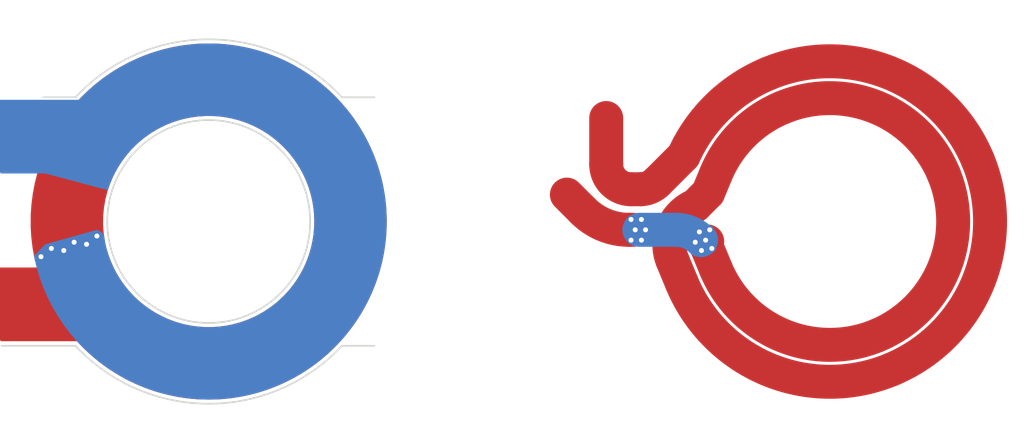
<source format=kicad_pcb>
(kicad_pcb (version 20221018) (generator pcbnew)

  (general
    (thickness 1.21)
  )

  (paper "A4")
  (layers
    (0 "F.Cu" signal)
    (31 "B.Cu" signal)
    (34 "B.Paste" user)
    (35 "F.Paste" user)
    (36 "B.SilkS" user "B.Silkscreen")
    (37 "F.SilkS" user "F.Silkscreen")
    (38 "B.Mask" user)
    (39 "F.Mask" user)
    (40 "Dwgs.User" user "User.Drawings")
    (41 "Cmts.User" user "User.Comments")
    (42 "Eco1.User" user "User.Eco1")
    (43 "Eco2.User" user "User.Eco2")
    (44 "Edge.Cuts" user)
    (45 "Margin" user)
    (46 "B.CrtYd" user "B.Courtyard")
    (47 "F.CrtYd" user "F.Courtyard")
    (48 "B.Fab" user)
    (49 "F.Fab" user)
  )

  (setup
    (stackup
      (layer "F.SilkS" (type "Top Silk Screen") (color "White") (material "Direct Printing"))
      (layer "F.Paste" (type "Top Solder Paste"))
      (layer "F.Mask" (type "Top Solder Mask") (color "Green") (thickness 0.01) (material "Dry Film") (epsilon_r 3.3) (loss_tangent 0))
      (layer "F.Cu" (type "copper") (thickness 0.07))
      (layer "dielectric 1" (type "core") (color "FR4 natural") (thickness 1.05) (material "FR4") (epsilon_r 4.5) (loss_tangent 0.02))
      (layer "B.Cu" (type "copper") (thickness 0.07))
      (layer "B.Mask" (type "Bottom Solder Mask") (color "Green") (thickness 0.01) (material "Dry Film") (epsilon_r 3.3) (loss_tangent 0))
      (layer "B.Paste" (type "Bottom Solder Paste"))
      (layer "B.SilkS" (type "Bottom Silk Screen") (color "White") (material "Direct Printing"))
      (copper_finish "None")
      (dielectric_constraints no)
    )
    (pad_to_mask_clearance 0)
    (aux_axis_origin 100 100)
    (grid_origin 100 100)
    (pcbplotparams
      (layerselection 0x00010fc_ffffffff)
      (plot_on_all_layers_selection 0x0000000_00000000)
      (disableapertmacros false)
      (usegerberextensions false)
      (usegerberattributes true)
      (usegerberadvancedattributes true)
      (creategerberjobfile true)
      (dashed_line_dash_ratio 12.000000)
      (dashed_line_gap_ratio 3.000000)
      (svgprecision 4)
      (plotframeref false)
      (viasonmask false)
      (mode 1)
      (useauxorigin false)
      (hpglpennumber 1)
      (hpglpenspeed 20)
      (hpglpendiameter 15.000000)
      (dxfpolygonmode true)
      (dxfimperialunits true)
      (dxfusepcbnewfont true)
      (psnegative false)
      (psa4output false)
      (plotreference true)
      (plotvalue true)
      (plotinvisibletext false)
      (sketchpadsonfab false)
      (subtractmaskfromsilk false)
      (outputformat 1)
      (mirror false)
      (drillshape 1)
      (scaleselection 1)
      (outputdirectory "")
    )
  )

  (net 0 "")

  (gr_poly
    (pts
      (xy 93.842223 101.649971)
      (xy 93.909811 101.892715)
      (xy 94.078263 102.367659)
      (xy 94.283689 102.827819)
      (xy 94.524805 103.270324)
      (xy 94.800107 103.692409)
      (xy 95.107875 104.091441)
      (xy 95.446188 104.464927)
      (xy 95.812933 104.810535)
      (xy 96.205821 105.126108)
      (xy 96.622399 105.409675)
      (xy 97.060065 105.659466)
      (xy 97.516088 105.873922)
      (xy 97.987619 106.051702)
      (xy 98.471714 106.191697)
      (xy 98.965352 106.293034)
      (xy 99.46545 106.355079)
      (xy 99.968885 106.377445)
      (xy 100.472515 106.359992)
      (xy 100.973194 106.30283)
      (xy 101.467797 106.206315)
      (xy 101.953236 106.07105)
      (xy 102.426479 105.897879)
      (xy 102.884572 105.687883)
      (xy 103.324655 105.442375)
      (xy 103.74398 105.162886)
      (xy 104.139928 104.851161)
      (xy 104.510029 104.509148)
      (xy 104.85197 104.138981)
      (xy 105.163617 103.742972)
      (xy 105.443024 103.323592)
      (xy 105.688447 102.883461)
      (xy 105.898352 102.425327)
      (xy 106.071431 101.95205)
      (xy 106.206601 101.466585)
      (xy 106.30302 100.971963)
      (xy 106.360085 100.471273)
      (xy 106.377439 99.96764)
      (xy 106.354975 99.464209)
      (xy 106.292832 98.964123)
      (xy 106.191399 98.470505)
      (xy 106.051309 97.986437)
      (xy 105.873436 97.514941)
      (xy 105.658892 97.05896)
      (xy 105.409016 96.621343)
      (xy 105.125367 96.204821)
      (xy 104.809717 95.811994)
      (xy 104.464037 95.445316)
      (xy 104.090485 95.107076)
      (xy 103.691394 94.799386)
      (xy 103.269254 94.524167)
      (xy 102.826703 94.283137)
      (xy 102.366502 94.077801)
      (xy 101.891526 93.909441)
      (xy 101.40474 93.779109)
      (xy 100.909183 93.687618)
      (xy 100.407949 93.63554)
      (xy 99.904168 93.623199)
      (xy 99.400986 93.650673)
      (xy 98.901543 93.71779)
      (xy 98.408959 93.824131)
      (xy 97.926309 93.969031)
      (xy 97.456607 94.151588)
      (xy 97.002784 94.37066)
      (xy 96.567675 94.624879)
      (xy 96.153997 94.912659)
      (xy 95.764331 95.232203)
      (xy 95.401112 95.581516)
      (xy 95.066607 95.958416)
      (xy 94.762904 96.36055)
      (xy 94.4919 96.785407)
      (xy 94.255286 97.230336)
      (xy 94.054541 97.692557)
      (xy 93.890917 98.169186)
      (xy 93.765436 98.657245)
      (xy 93.678882 99.153688)
      (xy 93.631795 99.655415)
      (xy 93.624469 100.159294)
      (xy 93.656949 100.662178)
      (xy 93.729034 101.160928)
      (xy 93.375 101.5)
      (xy 89.75 102.5)
      (xy 89.517001 102.38106)
      (xy 89.479601 102.222046)
      (xy 89.364061 101.578949)
      (xy 89.287795 100.930022)
      (xy 89.251085 100.277661)
      (xy 89.254066 99.624274)
      (xy 89.296727 98.972275)
      (xy 89.378911 98.324071)
      (xy 89.500314 97.682055)
      (xy 89.660488 97.048599)
      (xy 89.858842 96.42604)
      (xy 90.094643 95.816679)
      (xy 90.36702 95.222766)
      (xy 90.674968 94.646492)
      (xy 91.017349 94.089987)
      (xy 91.392899 93.555305)
      (xy 91.800232 93.044421)
      (xy 92.237843 92.55922)
      (xy 92.704117 92.101496)
      (xy 93.197331 91.672937)
      (xy 93.715665 91.275127)
      (xy 94.257204 90.909534)
      (xy 94.819949 90.577508)
      (xy 95.401822 90.280276)
      (xy 96.000674 90.018934)
      (xy 96.614294 89.794449)
      (xy 97.240416 89.607648)
      (xy 97.876727 89.459222)
      (xy 98.520879 89.349719)
      (xy 99.170493 89.279543)
      (xy 99.82317 89.248953)
      (xy 100.4765 89.258062)
      (xy 101.128071 89.306837)
      (xy 101.775475 89.395097)
      (xy 102.416324 89.522517)
      (xy 103.048251 89.688625)
      (xy 103.668921 89.89281)
      (xy 104.276044 90.134316)
      (xy 104.867376 90.412251)
      (xy 105.440736 90.725591)
      (xy 105.994005 91.073177)
      (xy 106.525141 91.453726)
      (xy 107.032183 91.865832)
      (xy 107.513257 92.307975)
      (xy 107.966588 92.778522)
      (xy 108.390502 93.275734)
      (xy 108.783433 93.797776)
      (xy 109.143931 94.342721)
      (xy 109.470663 94.908555)
      (xy 109.762425 95.49319)
      (xy 110.018138 96.094467)
      (xy 110.236858 96.710165)
      (xy 110.417778 97.338012)
      (xy 110.560229 97.975687)
      (xy 110.663686 98.620838)
      (xy 110.727766 99.271082)
      (xy 110.752233 99.924017)
      (xy 110.736996 100.577233)
      (xy 110.682112 101.228317)
      (xy 110.587783 101.874866)
      (xy 110.454359 102.514491)
      (xy 110.28233 103.144832)
      (xy 110.072333 103.763559)
      (xy 109.825144 104.36839)
      (xy 109.541674 104.95709)
      (xy 109.22297 105.527486)
      (xy 108.87021 106.077471)
      (xy 108.484696 106.605014)
      (xy 108.067852 107.108168)
      (xy 107.621216 107.585074)
      (xy 107.146438 108.033971)
      (xy 106.645272 108.453203)
      (xy 106.119567 108.84122)
      (xy 105.571265 109.196591)
      (xy 105.002391 109.518002)
      (xy 104.415045 109.804267)
      (xy 103.811397 110.054329)
      (xy 103.193674 110.267265)
      (xy 102.564158 110.442288)
      (xy 101.925174 110.578751)
      (xy 101.279081 110.676152)
      (xy 100.628265 110.734131)
      (xy 99.97513 110.752472)
      (xy 99.322085 110.731109)
      (xy 98.671545 110.670121)
      (xy 98.025909 110.569732)
      (xy 97.387563 110.430314)
      (xy 96.758864 110.252381)
      (xy 96.142133 110.03659)
      (xy 95.539648 109.783738)
      (xy 94.953632 109.494759)
      (xy 94.386251 109.17072)
      (xy 93.839599 108.812817)
      (xy 93.315695 108.422372)
      (xy 92.816473 108.000826)
      (xy 92.343777 107.549737)
      (xy 91.899352 107.07077)
      (xy 91.48484 106.565693)
      (xy 91.101771 106.036372)
      (xy 90.751559 105.484761)
      (xy 90.435497 104.912898)
      (xy 90.154754 104.322893)
      (xy 89.910364 103.716925)
      (xy 89.703232 103.097232)
      (xy 89.616297 102.782305)
    )

    (stroke (width 0) (type solid)) (fill solid) (layer "F.Cu") (tstamp 5f0b5a05-b843-4365-bfef-0bd78d5eb53e))
  (gr_rect (start 87.5 102.875) (end 92.5 107.125)
    (stroke (width 0.2) (type solid)) (fill solid) (layer "F.Cu") (tstamp 689e3c91-3215-4db9-8661-8606824395ca))
  (gr_rect (start 87.5 92.75) (end 92.5 97)
    (stroke (width 0.2) (type solid)) (fill solid) (layer "B.Cu") (tstamp 0809d5c0-7a45-4823-af8b-36e4f45059bb))
  (gr_poly
    (pts
      (xy 93.25 100.5)
      (xy 93.5 100.625)
      (xy 93.684067 100.847502)
      (xy 93.717577 101.097229)
      (xy 93.823822 101.589834)
      (xy 93.968628 102.072512)
      (xy 94.151094 102.54225)
      (xy 94.370078 102.996115)
      (xy 94.624212 103.431274)
      (xy 94.911912 103.845009)
      (xy 95.23138 104.234736)
      (xy 95.580621 104.598023)
      (xy 95.957456 104.932602)
      (xy 96.359531 105.236383)
      (xy 96.784336 105.50747)
      (xy 97.229219 105.74417)
      (xy 97.691401 105.945005)
      (xy 98.167997 106.108722)
      (xy 98.656033 106.234298)
      (xy 99.152459 106.320949)
      (xy 99.654177 106.368133)
      (xy 100.158054 106.375559)
      (xy 100.660944 106.343175)
      (xy 101.159708 106.271189)
      (xy 101.651231 106.160046)
      (xy 102.132443 106.010442)
      (xy 102.600342 105.823311)
      (xy 103.052005 105.599822)
      (xy 103.484613 105.341368)
      (xy 103.895464 105.049565)
      (xy 104.281992 104.726233)
      (xy 104.641786 104.373393)
      (xy 104.972598 103.993248)
      (xy 105.272362 103.588169)
      (xy 105.539207 103.160687)
      (xy 105.771468 102.713471)
      (xy 105.967693 102.249312)
      (xy 106.126659 101.77111)
      (xy 106.24737 101.281849)
      (xy 106.329077 100.784586)
      (xy 106.371265 100.282423)
      (xy 106.373674 99.778496)
      (xy 106.336289 99.275954)
      (xy 106.259341 98.777931)
      (xy 106.143311 98.287538)
      (xy 105.988925 97.807839)
      (xy 105.797147 97.341825)
      (xy 105.569173 96.892409)
      (xy 105.306427 96.462395)
      (xy 105.010549 96.054469)
      (xy 104.683387 95.671177)
      (xy 104.326984 95.314914)
      (xy 103.943563 94.987902)
      (xy 103.535522 94.692184)
      (xy 103.105405 94.429606)
      (xy 102.6559 94.201809)
      (xy 102.189811 94.010212)
      (xy 101.71005 93.856015)
      (xy 101.219612 93.740178)
      (xy 100.72156 93.663425)
      (xy 100.219002 93.626237)
      (xy 99.715077 93.628843)
      (xy 99.21293 93.671229)
      (xy 98.715699 93.753129)
      (xy 98.226485 93.874034)
      (xy 97.748345 94.033186)
      (xy 97.284265 94.229593)
      (xy 96.837139 94.462029)
      (xy 96.409761 94.729042)
      (xy 96.0048 95.028965)
      (xy 95.624784 95.359926)
      (xy 95.272086 95.719858)
      (xy 94.948906 96.106513)
      (xy 94.657264 96.517479)
      (xy 94.39898 96.950187)
      (xy 94.175668 97.401937)
      (xy 93.988719 97.86991)
      (xy 93.911664 98.109817)
      (xy 89.683809 96.976969)
      (xy 89.778043 96.664148)
      (xy 89.999531 96.049441)
      (xy 90.257945 95.44932)
      (xy 90.552333 94.866002)
      (xy 90.881607 94.301644)
      (xy 91.244553 93.758326)
      (xy 91.639827 93.238056)
      (xy 92.065973 92.742755)
      (xy 92.521415 92.274253)
      (xy 93.004473 91.834277)
      (xy 93.513364 91.424456)
      (xy 94.046205 91.046299)
      (xy 94.601032 90.701205)
      (xy 95.175795 90.390448)
      (xy 95.768373 90.115174)
      (xy 96.376574 89.876401)
      (xy 96.998157 89.67501)
      (xy 97.630824 89.511745)
      (xy 98.272239 89.387209)
      (xy 98.920035 89.301862)
      (xy 99.571819 89.256018)
      (xy 100.225182 89.249847)
      (xy 100.877716 89.283372)
      (xy 101.527007 89.356469)
      (xy 102.17066 89.468868)
      (xy 102.806298 89.620154)
      (xy 103.431573 89.809769)
      (xy 104.044177 90.037012)
      (xy 104.641848 90.301044)
      (xy 105.222378 90.60089)
      (xy 105.783624 90.935444)
      (xy 106.323513 91.303468)
      (xy 106.840053 91.703605)
      (xy 107.331335 92.134378)
      (xy 107.795546 92.594195)
      (xy 108.23097 93.081359)
      (xy 108.636001 93.59407)
      (xy 109.009142 94.130436)
      (xy 109.349018 94.688474)
      (xy 109.654371 95.266128)
      (xy 109.924074 95.86126)
      (xy 110.157132 96.471676)
      (xy 110.352684 97.09512)
      (xy 110.510007 97.72929)
      (xy 110.628521 98.371845)
      (xy 110.707789 99.020413)
      (xy 110.747518 99.672597)
      (xy 110.747561 100.325991)
      (xy 110.707916 100.978181)
      (xy 110.628732 101.626757)
      (xy 110.510301 102.269328)
      (xy 110.35306 102.903519)
      (xy 110.157589 103.526988)
      (xy 109.92461 104.137434)
      (xy 109.654984 104.732601)
      (xy 109.349705 105.310294)
      (xy 109.009903 105.868377)
      (xy 108.63683 106.404791)
      (xy 108.231866 106.917554)
      (xy 107.796504 107.404775)
      (xy 107.332353 107.864652)
      (xy 106.841127 108.295488)
      (xy 106.32464 108.695693)
      (xy 105.784797 109.063787)
      (xy 105.223595 109.398413)
      (xy 104.643104 109.698334)
      (xy 104.045468 109.962444)
      (xy 103.432893 110.189766)
      (xy 102.807642 110.379461)
      (xy 102.172024 110.53083)
      (xy 101.528386 110.643312)
      (xy 100.879104 110.716494)
      (xy 100.226575 110.750103)
      (xy 99.57321 110.744018)
      (xy 98.921421 110.698258)
      (xy 98.273614 110.612994)
      (xy 97.632183 110.488542)
      (xy 96.999495 110.325358)
      (xy 96.377887 110.124049)
      (xy 95.769653 109.885354)
      (xy 95.17704 109.610157)
      (xy 94.602237 109.299474)
      (xy 94.047365 108.954452)
      (xy 93.514474 108.576364)
      (xy 93.005532 108.166608)
      (xy 92.522417 107.726696)
      (xy 92.066913 107.258252)
      (xy 91.640703 106.763007)
      (xy 91.245361 106.242788)
      (xy 90.882345 105.699517)
      (xy 90.552998 105.135201)
      (xy 90.258535 104.551922)
      (xy 90.000042 103.951835)
      (xy 89.778476 103.337155)
      (xy 89.594653 102.710152)
      (xy 89.449253 102.073143)
      (xy 90.125 101.375)
    )

    (stroke (width 0) (type solid)) (fill solid) (layer "B.Cu") (tstamp 23316bf0-26a0-41f6-83bb-2046b2ecc46c))
  (gr_line (start 137.375 100) (end 137.625 100)
    (stroke (width 0.15) (type default)) (layer "Dwgs.User") (tstamp 57be325a-4f48-4fcf-aef3-f899126ce27b))
  (gr_line (start 87.5 87.5) (end 112.5 112.5)
    (stroke (width 0.1) (type default)) (layer "Dwgs.User") (tstamp 61e19cdf-543e-4907-9a93-4dfb439e7580))
  (gr_line (start 87.5 112.5) (end 112.5 87.5)
    (stroke (width 0.1) (type default)) (layer "Dwgs.User") (tstamp 9885b535-598a-4aea-af1f-1f22e3127516))
  (gr_line (start 137.5 99.875) (end 137.5 100.125)
    (stroke (width 0.15) (type default)) (layer "Dwgs.User") (tstamp e691f52f-4a02-4fc5-9bf0-f1aa997efee4))
  (gr_arc (start 91.953219 92.5) (mid 100 89) (end 108.046781 92.5)
    (stroke (width 0.1) (type default)) (layer "Edge.Cuts") (tstamp 1ca168be-28b3-408d-8f6f-d18d2ccf633e))
  (gr_line (start 91.953219 92.5) (end 90 92.5)
    (stroke (width 0.1) (type default)) (layer "Edge.Cuts") (tstamp 21b82b77-d482-483a-a62a-2e7cdbc64a53))
  (gr_line (start 108.046765 107.5) (end 110 107.5)
    (stroke (width 0.1) (type default)) (layer "Edge.Cuts") (tstamp 5cd99cdc-6cbe-4907-b00b-f011dde5a79a))
  (gr_line (start 91.953203 107.5) (end 87.5 107.5)
    (stroke (width 0.1) (type default)) (layer "Edge.Cuts") (tstamp 96d1ce57-2e13-47f3-b9fb-7629e5dbf5e8))
  (gr_line (start 108.046781 92.5) (end 110 92.5)
    (stroke (width 0.1) (type default)) (layer "Edge.Cuts") (tstamp ab94ee33-cf03-44d1-af0e-7830b5f5eb42))
  (gr_circle (center 100 100) (end 106.125 100)
    (stroke (width 0.1) (type default)) (fill none) (layer "Edge.Cuts") (tstamp bb67ac9c-e4d0-4dcd-930a-d84787e32987))
  (gr_arc (start 108.046765 107.5) (mid 100 111) (end 91.953203 107.5)
    (stroke (width 0.1) (type default)) (layer "Edge.Cuts") (tstamp d045545e-a2d5-4416-89ed-0089c87f4064))
  (gr_poly locked
    (pts
      (xy 90.5 92.25)
      (arc (start 92 92.25) (mid 100 88.861664) (end 108 92.25))
      (xy 109.5 92.25)
      (xy 109.5 86.75)
      (xy 90.5 86.75)
    )

    (stroke (width 0.25) (type solid)) (fill solid) (layer "F.Fab") (tstamp 80fe80d7-178f-4da3-85dc-10b6661637de))
  (gr_poly locked
    (pts
      (xy 109.5 107.75)
      (arc (start 108 107.75) (mid 100 111.138336) (end 92 107.75))
      (xy 90.5 107.75)
      (xy 90.5 113.25)
      (xy 109.5 113.25)
    )

    (stroke (width 0.25) (type solid)) (fill solid) (layer "F.Fab") (tstamp b93a1bf3-43aa-436a-a2f4-b84b6a21239d))
  (gr_circle locked (center 100 100) (end 106 100)
    (stroke (width 0.2) (type solid)) (fill solid) (layer "F.Fab") (tstamp f39b8812-4082-489c-8e72-e4eb0f008158))

  (segment (start 130.156332 98.261395) (end 129.386625 99.031101) (width 2.05) (layer "F.Cu") (net 0) (tstamp 52584190-ab13-4d3d-9ae5-beeb3f704cd0))
  (segment (start 124 96.55) (end 124 93.75) (width 2.05) (layer "F.Cu") (net 0) (tstamp 7e9cdeaf-7632-4083-9a27-29b1b92f8fed))
  (segment (start 122.600952 99.350951) (end 121.625 98.375) (width 2.05) (layer "F.Cu") (net 0) (tstamp 81e33b8a-767e-4792-b18c-2cc4abe9a1b2))
  (segment (start 126.052295 98.05) (end 125.5 98.05) (width 2.05) (layer "F.Cu") (net 0) (tstamp 8e4c7870-1142-4101-8a44-dc3a6c4578ec))
  (segment (start 128.6751 96.028235) (end 127.078335 97.625) (width 2.05) (layer "F.Cu") (net 0) (tstamp 9040e1ac-239e-4089-9b84-4a4e6d9bbdd9))
  (segment (start 125.625 100.5) (end 125.375 100.5) (width 2.05) (layer "F.Cu") (net 0) (tstamp 9bead35d-8637-42df-b5a7-5c871ed1073f))
  (segment (start 128.006575 102.362836) (end 128.561466 103.702462) (width 2.05) (layer "F.Cu") (net 0) (tstamp af138129-47a5-4f86-ac9b-bbf250b40fc3))
  (segment (start 130.09555 101.591868) (end 130.617097 102.850992) (width 2.05) (layer "F.Cu") (net 0) (tstamp af542c54-8b43-4fb4-bd16-57ee134792a6))
  (segment (start 130.617097 97.149008) (end 130.156332 98.261395) (width 2.05) (layer "F.Cu") (net 0) (tstamp feb40265-b1af-4fe4-9b5d-69923b2b3f44))
  (via (at 130.25 100.5) (size 0.5) (drill 0.3) (layers "F.Cu" "B.Cu") (net 0) (tstamp 133c6328-4f6a-4a82-955c-6c45b4d9a08f))
  (via (at 125.75 100.5) (size 0.5) (drill 0.3) (layers "F.Cu" "B.Cu") (net 0) (tstamp 1d770fc8-7887-4e32-98d6-115640ff35c4))
  (via (at 91.25 101.75) (size 0.6) (drill 0.3) (layers "F.Cu" "B.Cu") (net 0) (tstamp 24973ecd-8180-495d-b7fd-c389e0d5d57f))
  (via (at 129.625 100.625) (size 0.5) (drill 0.3) (layers "F.Cu" "B.Cu") (net 0) (tstamp 4264598b-5e34-48b5-a1c9-7f5a43c2a65f))
  (via (at 90.5 101.625) (size 0.6) (drill 0.3) (layers "F.Cu" "B.Cu") (net 0) (tstamp 441aa5bb-1e92-4c11-82e5-b105f4b3e0ba))
  (via (at 125.5 101.125) (size 0.5) (drill 0.3) (layers "F.Cu" "B.Cu") (net 0) (tstamp 5246f0e6-2b67-417a-95e4-c69bc9012923))
  (via (at 125.5 99.875) (size 0.5) (drill 0.3) (layers "F.Cu" "B.Cu") (net 0) (tstamp 59596422-5983-4ebb-9d98-b409c77f3a6d))
  (via (at 91.875 101.25) (size 0.6) (drill 0.3) (layers "F.Cu" "B.Cu") (net 0) (tstamp 6f15c351-c088-4e36-b9ec-00955e8ac226))
  (via (at 126.375 100.500001) (size 0.5) (drill 0.3) (layers "F.Cu" "B.Cu") (net 0) (tstamp 7a5b85d3-671d-4d97-b34b-33bc2ce4127d))
  (via (at 126.124999 101.125) (size 0.5) (drill 0.3) (layers "F.Cu" "B.Cu") (net 0) (tstamp 83da8c3e-b7fb-4ef4-b111-b5dbfb0afb90))
  (via (at 126.125 99.875) (size 0.5) (drill 0.3) (layers "F.Cu" "B.Cu") (net 0) (tstamp bf91fef3-4ec9-4578-9adf-87bb17782c4c))
  (via (at 130.375 101.625) (size 0.5) (drill 0.3) (layers "F.Cu" "B.Cu") (net 0) (tstamp c9325133-22f2-479e-a1f0-68b2da807c80))
  (via (at 129.75 101.75) (size 0.5) (drill 0.3) (layers "F.Cu" "B.Cu") (net 0) (tstamp c9b5b7de-0fe5-440f-8cea-c9d66c9a40fc))
  (via (at 93.25 100.875) (size 0.6) (drill 0.3) (layers "F.Cu" "B.Cu") (net 0) (tstamp d1ed0f3e-3663-4321-bc15-68a8e42ee572))
  (via (at 89.875 102.125) (size 0.6) (drill 0.3) (layers "F.Cu" "B.Cu") (net 0) (tstamp ed7992fa-a379-471a-892e-04ffc42830df))
  (via (at 129.375 101.25) (size 0.5) (drill 0.3) (layers "F.Cu" "B.Cu") (net 0) (tstamp eea38ffe-d6ff-4334-a86e-e5293d3b6147))
  (via (at 92.625 101.375) (size 0.6) (drill 0.3) (layers "F.Cu" "B.Cu") (net 0) (tstamp fad8e479-1c3c-44aa-ac8a-539bf101b325))
  (via (at 130 101.125) (size 0.5) (drill 0.3) (layers "F.Cu" "B.Cu") (net 0) (tstamp ff79f7d6-cf63-4f7a-af7c-4e009a47232c))
  (arc (start 146.438534 96.297538) (mid 141.202462 91.061466) (end 133.797538 91.061466) (width 2.05) (layer "F.Cu") (net 0) (tstamp 0f12c4ba-a828-4dd5-84f8-66ce6d14cbcc))
  (arc (start 133.797538 91.061466) (mid 130.762848 93.056197) (end 128.6751 96.028235) (width 2.05) (layer "F.Cu") (net 0) (tstamp 1b18c732-df9a-4fc5-8808-d7c864d60a37))
  (arc (start 125.5 98.05) (mid 124.43934 97.61066) (end 124 96.55) (width 2.05) (layer "F.Cu") (net 0) (tstamp 41128688-3f59-4ad1-8f72-6c75590bce4d))
  (arc (start 134.649008 93.117097) (mid 132.232054 94.732054) (end 130.617097 97.149008) (width 2.05) (layer "F.Cu") (net 0) (tstamp 44401b60-db5c-4e6e-b864-e12d7b0726d9))
  (arc (start 128.561466 103.702462) (mid 133.797538 108.938534) (end 141.202462 108.938534) (width 2.05) (layer "F.Cu") (net 0) (tstamp 45a74cda-8f5a-45cd-a260-e27f090be119))
  (arc (start 144.382903 97.149008) (mid 140.350992 93.117097) (end 134.649008 93.117097) (width 2.05) (layer "F.Cu") (net 0) (tstamp 4b5076c3-585b-4ff9-bc75-76524c300d94))
  (arc (start 129.386625 99.031101) (mid 128.006575 100.411151) (end 128.006575 102.362836) (width 2.05) (layer "F.Cu") (net 0) (tstamp 9a6a987e-5706-49a7-a5c9-b00a695b00c7))
  (arc (start 141.202462 108.938534) (mid 146.438534 103.702462) (end 146.438534 96.297538) (width 2.05) (layer "F.Cu") (net 0) (tstamp b1512316-75a1-43dc-8c6c-257d60823889))
  (arc (start 125.375 100.5) (mid 123.873696 100.201372) (end 122.600952 99.350951) (width 2.05) (layer "F.Cu") (net 0) (tstamp b4507ca3-1943-493d-9bdb-aeb5f7a22746))
  (arc (start 130.09555 101.199897) (mid 130.056567 101.395883) (end 130.09555 101.591868) (width 2.05) (layer "F.Cu") (net 0) (tstamp bd1fd065-9de3-418c-8f67-cb4045a1d034))
  (arc (start 127.078335 97.625) (mid 126.607584 97.939546) (end 126.052295 98.05) (width 2.05) (layer "F.Cu") (net 0) (tstamp ccd221b1-0b94-4007-9314-5b553e17c840))
  (arc (start 130.617097 102.850992) (mid 134.640103 106.873998) (end 140.350992 106.882903) (width 2.05) (layer "F.Cu") (net 0) (tstamp d930dd11-ffaf-4349-8cd1-25863addd2e0))
  (arc (start 140.350992 106.882903) (mid 144.382903 102.838398) (end 144.382903 97.149008) (width 2.05) (layer "F.Cu") (net 0) (tstamp dbd0b53c-001f-4499-99f2-c0b5c5135a76))
  (segment (start 126 100.5) (end 128.216117 100.5) (width 2.05) (layer "B.Cu") (net 0) (tstamp df92d7d0-08fe-48d3-8d40-ed742b865386))
  (arc (start 128.216117 100.5) (mid 129.032718 100.662432) (end 129.725 101.125) (width 2.05) (layer "B.Cu") (net 0) (tstamp 718b74ef-299f-4e71-89fd-0717b62330ad))

)

</source>
